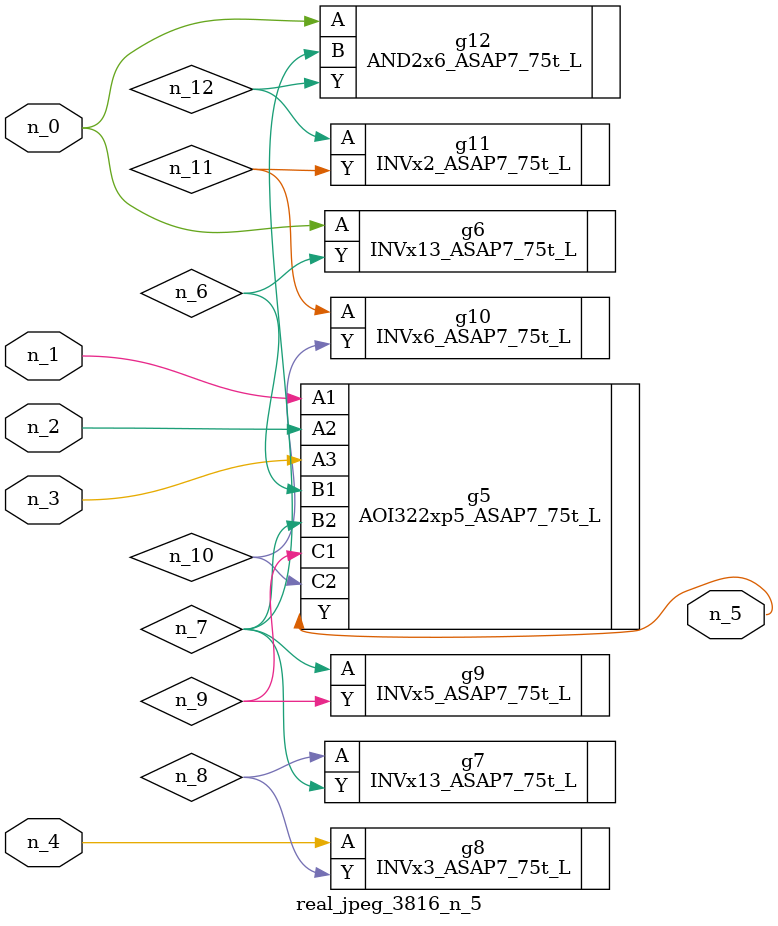
<source format=v>
module real_jpeg_3816_n_5 (n_4, n_0, n_1, n_2, n_3, n_5);

input n_4;
input n_0;
input n_1;
input n_2;
input n_3;

output n_5;

wire n_12;
wire n_8;
wire n_11;
wire n_6;
wire n_7;
wire n_10;
wire n_9;

INVx13_ASAP7_75t_L g6 ( 
.A(n_0),
.Y(n_6)
);

AND2x6_ASAP7_75t_L g12 ( 
.A(n_0),
.B(n_7),
.Y(n_12)
);

AOI322xp5_ASAP7_75t_L g5 ( 
.A1(n_1),
.A2(n_2),
.A3(n_3),
.B1(n_6),
.B2(n_7),
.C1(n_9),
.C2(n_10),
.Y(n_5)
);

INVx3_ASAP7_75t_L g8 ( 
.A(n_4),
.Y(n_8)
);

INVx5_ASAP7_75t_L g9 ( 
.A(n_7),
.Y(n_9)
);

INVx13_ASAP7_75t_L g7 ( 
.A(n_8),
.Y(n_7)
);

INVx6_ASAP7_75t_L g10 ( 
.A(n_11),
.Y(n_10)
);

INVx2_ASAP7_75t_L g11 ( 
.A(n_12),
.Y(n_11)
);


endmodule
</source>
